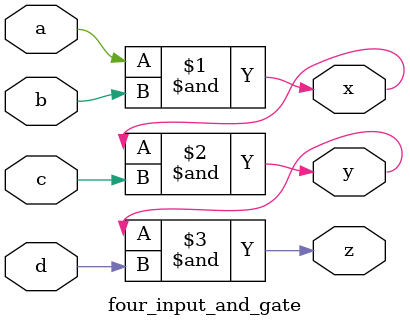
<source format=v>
`timescale 1ns / 1ps


module four_input_and_gate(
    input a,b,c,d,
    output x,y,z
    );
    assign x=a&b;
    assign y=x&c;
    assign z=y&d;
endmodule

</source>
